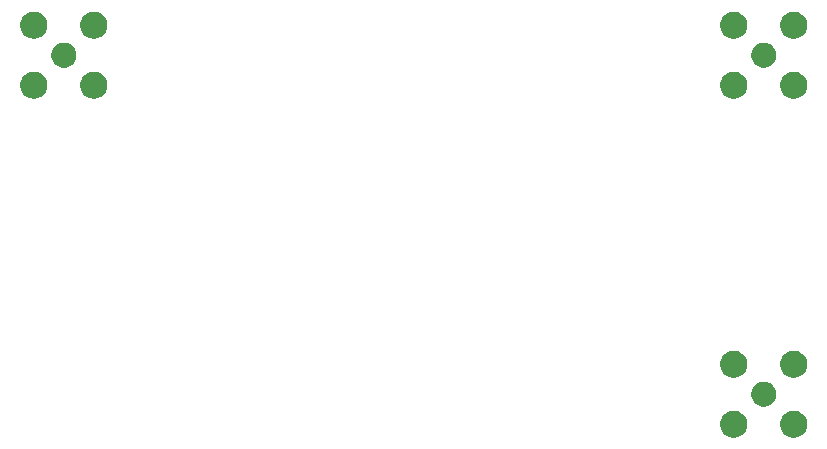
<source format=gbr>
G04 #@! TF.GenerationSoftware,KiCad,Pcbnew,(5.1.5)-3*
G04 #@! TF.CreationDate,2021-08-20T13:05:58+01:00*
G04 #@! TF.ProjectId,Circulator,43697263-756c-4617-946f-722e6b696361,rev?*
G04 #@! TF.SameCoordinates,Original*
G04 #@! TF.FileFunction,Soldermask,Bot*
G04 #@! TF.FilePolarity,Negative*
%FSLAX46Y46*%
G04 Gerber Fmt 4.6, Leading zero omitted, Abs format (unit mm)*
G04 Created by KiCad (PCBNEW (5.1.5)-3) date 2021-08-20 13:05:58*
%MOMM*%
%LPD*%
G04 APERTURE LIST*
%ADD10C,0.100000*%
G04 APERTURE END LIST*
D10*
G36*
X161133549Y-103011116D02*
G01*
X161244734Y-103033232D01*
X161454203Y-103119997D01*
X161642720Y-103245960D01*
X161803040Y-103406280D01*
X161929003Y-103594797D01*
X162015768Y-103804266D01*
X162060000Y-104026636D01*
X162060000Y-104253364D01*
X162015768Y-104475734D01*
X161929003Y-104685203D01*
X161803040Y-104873720D01*
X161642720Y-105034040D01*
X161454203Y-105160003D01*
X161244734Y-105246768D01*
X161133549Y-105268884D01*
X161022365Y-105291000D01*
X160795635Y-105291000D01*
X160684451Y-105268884D01*
X160573266Y-105246768D01*
X160363797Y-105160003D01*
X160175280Y-105034040D01*
X160014960Y-104873720D01*
X159888997Y-104685203D01*
X159802232Y-104475734D01*
X159758000Y-104253364D01*
X159758000Y-104026636D01*
X159802232Y-103804266D01*
X159888997Y-103594797D01*
X160014960Y-103406280D01*
X160175280Y-103245960D01*
X160363797Y-103119997D01*
X160573266Y-103033232D01*
X160684451Y-103011116D01*
X160795635Y-102989000D01*
X161022365Y-102989000D01*
X161133549Y-103011116D01*
G37*
G36*
X166213549Y-103011116D02*
G01*
X166324734Y-103033232D01*
X166534203Y-103119997D01*
X166722720Y-103245960D01*
X166883040Y-103406280D01*
X167009003Y-103594797D01*
X167095768Y-103804266D01*
X167140000Y-104026636D01*
X167140000Y-104253364D01*
X167095768Y-104475734D01*
X167009003Y-104685203D01*
X166883040Y-104873720D01*
X166722720Y-105034040D01*
X166534203Y-105160003D01*
X166324734Y-105246768D01*
X166213549Y-105268884D01*
X166102365Y-105291000D01*
X165875635Y-105291000D01*
X165764451Y-105268884D01*
X165653266Y-105246768D01*
X165443797Y-105160003D01*
X165255280Y-105034040D01*
X165094960Y-104873720D01*
X164968997Y-104685203D01*
X164882232Y-104475734D01*
X164838000Y-104253364D01*
X164838000Y-104026636D01*
X164882232Y-103804266D01*
X164968997Y-103594797D01*
X165094960Y-103406280D01*
X165255280Y-103245960D01*
X165443797Y-103119997D01*
X165653266Y-103033232D01*
X165764451Y-103011116D01*
X165875635Y-102989000D01*
X166102365Y-102989000D01*
X166213549Y-103011116D01*
G37*
G36*
X163755564Y-100589389D02*
G01*
X163946833Y-100668615D01*
X163946835Y-100668616D01*
X164118973Y-100783635D01*
X164265365Y-100930027D01*
X164380385Y-101102167D01*
X164459611Y-101293436D01*
X164500000Y-101496484D01*
X164500000Y-101703516D01*
X164459611Y-101906564D01*
X164380385Y-102097833D01*
X164380384Y-102097835D01*
X164265365Y-102269973D01*
X164118973Y-102416365D01*
X163946835Y-102531384D01*
X163946834Y-102531385D01*
X163946833Y-102531385D01*
X163755564Y-102610611D01*
X163552516Y-102651000D01*
X163345484Y-102651000D01*
X163142436Y-102610611D01*
X162951167Y-102531385D01*
X162951166Y-102531385D01*
X162951165Y-102531384D01*
X162779027Y-102416365D01*
X162632635Y-102269973D01*
X162517616Y-102097835D01*
X162517615Y-102097833D01*
X162438389Y-101906564D01*
X162398000Y-101703516D01*
X162398000Y-101496484D01*
X162438389Y-101293436D01*
X162517615Y-101102167D01*
X162632635Y-100930027D01*
X162779027Y-100783635D01*
X162951165Y-100668616D01*
X162951167Y-100668615D01*
X163142436Y-100589389D01*
X163345484Y-100549000D01*
X163552516Y-100549000D01*
X163755564Y-100589389D01*
G37*
G36*
X161133549Y-97931116D02*
G01*
X161244734Y-97953232D01*
X161454203Y-98039997D01*
X161642720Y-98165960D01*
X161803040Y-98326280D01*
X161929003Y-98514797D01*
X162015768Y-98724266D01*
X162060000Y-98946636D01*
X162060000Y-99173364D01*
X162015768Y-99395734D01*
X161929003Y-99605203D01*
X161803040Y-99793720D01*
X161642720Y-99954040D01*
X161454203Y-100080003D01*
X161244734Y-100166768D01*
X161133549Y-100188884D01*
X161022365Y-100211000D01*
X160795635Y-100211000D01*
X160684451Y-100188884D01*
X160573266Y-100166768D01*
X160363797Y-100080003D01*
X160175280Y-99954040D01*
X160014960Y-99793720D01*
X159888997Y-99605203D01*
X159802232Y-99395734D01*
X159758000Y-99173364D01*
X159758000Y-98946636D01*
X159802232Y-98724266D01*
X159888997Y-98514797D01*
X160014960Y-98326280D01*
X160175280Y-98165960D01*
X160363797Y-98039997D01*
X160573266Y-97953232D01*
X160684451Y-97931116D01*
X160795635Y-97909000D01*
X161022365Y-97909000D01*
X161133549Y-97931116D01*
G37*
G36*
X166213549Y-97931116D02*
G01*
X166324734Y-97953232D01*
X166534203Y-98039997D01*
X166722720Y-98165960D01*
X166883040Y-98326280D01*
X167009003Y-98514797D01*
X167095768Y-98724266D01*
X167140000Y-98946636D01*
X167140000Y-99173364D01*
X167095768Y-99395734D01*
X167009003Y-99605203D01*
X166883040Y-99793720D01*
X166722720Y-99954040D01*
X166534203Y-100080003D01*
X166324734Y-100166768D01*
X166213549Y-100188884D01*
X166102365Y-100211000D01*
X165875635Y-100211000D01*
X165764451Y-100188884D01*
X165653266Y-100166768D01*
X165443797Y-100080003D01*
X165255280Y-99954040D01*
X165094960Y-99793720D01*
X164968997Y-99605203D01*
X164882232Y-99395734D01*
X164838000Y-99173364D01*
X164838000Y-98946636D01*
X164882232Y-98724266D01*
X164968997Y-98514797D01*
X165094960Y-98326280D01*
X165255280Y-98165960D01*
X165443797Y-98039997D01*
X165653266Y-97953232D01*
X165764451Y-97931116D01*
X165875635Y-97909000D01*
X166102365Y-97909000D01*
X166213549Y-97931116D01*
G37*
G36*
X101888049Y-74309116D02*
G01*
X101999234Y-74331232D01*
X102208703Y-74417997D01*
X102397220Y-74543960D01*
X102557540Y-74704280D01*
X102683503Y-74892797D01*
X102770268Y-75102266D01*
X102814500Y-75324636D01*
X102814500Y-75551364D01*
X102770268Y-75773734D01*
X102683503Y-75983203D01*
X102557540Y-76171720D01*
X102397220Y-76332040D01*
X102208703Y-76458003D01*
X101999234Y-76544768D01*
X101888049Y-76566884D01*
X101776865Y-76589000D01*
X101550135Y-76589000D01*
X101438951Y-76566884D01*
X101327766Y-76544768D01*
X101118297Y-76458003D01*
X100929780Y-76332040D01*
X100769460Y-76171720D01*
X100643497Y-75983203D01*
X100556732Y-75773734D01*
X100512500Y-75551364D01*
X100512500Y-75324636D01*
X100556732Y-75102266D01*
X100643497Y-74892797D01*
X100769460Y-74704280D01*
X100929780Y-74543960D01*
X101118297Y-74417997D01*
X101327766Y-74331232D01*
X101438951Y-74309116D01*
X101550135Y-74287000D01*
X101776865Y-74287000D01*
X101888049Y-74309116D01*
G37*
G36*
X166213549Y-74309116D02*
G01*
X166324734Y-74331232D01*
X166534203Y-74417997D01*
X166722720Y-74543960D01*
X166883040Y-74704280D01*
X167009003Y-74892797D01*
X167095768Y-75102266D01*
X167140000Y-75324636D01*
X167140000Y-75551364D01*
X167095768Y-75773734D01*
X167009003Y-75983203D01*
X166883040Y-76171720D01*
X166722720Y-76332040D01*
X166534203Y-76458003D01*
X166324734Y-76544768D01*
X166213549Y-76566884D01*
X166102365Y-76589000D01*
X165875635Y-76589000D01*
X165764451Y-76566884D01*
X165653266Y-76544768D01*
X165443797Y-76458003D01*
X165255280Y-76332040D01*
X165094960Y-76171720D01*
X164968997Y-75983203D01*
X164882232Y-75773734D01*
X164838000Y-75551364D01*
X164838000Y-75324636D01*
X164882232Y-75102266D01*
X164968997Y-74892797D01*
X165094960Y-74704280D01*
X165255280Y-74543960D01*
X165443797Y-74417997D01*
X165653266Y-74331232D01*
X165764451Y-74309116D01*
X165875635Y-74287000D01*
X166102365Y-74287000D01*
X166213549Y-74309116D01*
G37*
G36*
X161133549Y-74309116D02*
G01*
X161244734Y-74331232D01*
X161454203Y-74417997D01*
X161642720Y-74543960D01*
X161803040Y-74704280D01*
X161929003Y-74892797D01*
X162015768Y-75102266D01*
X162060000Y-75324636D01*
X162060000Y-75551364D01*
X162015768Y-75773734D01*
X161929003Y-75983203D01*
X161803040Y-76171720D01*
X161642720Y-76332040D01*
X161454203Y-76458003D01*
X161244734Y-76544768D01*
X161133549Y-76566884D01*
X161022365Y-76589000D01*
X160795635Y-76589000D01*
X160684451Y-76566884D01*
X160573266Y-76544768D01*
X160363797Y-76458003D01*
X160175280Y-76332040D01*
X160014960Y-76171720D01*
X159888997Y-75983203D01*
X159802232Y-75773734D01*
X159758000Y-75551364D01*
X159758000Y-75324636D01*
X159802232Y-75102266D01*
X159888997Y-74892797D01*
X160014960Y-74704280D01*
X160175280Y-74543960D01*
X160363797Y-74417997D01*
X160573266Y-74331232D01*
X160684451Y-74309116D01*
X160795635Y-74287000D01*
X161022365Y-74287000D01*
X161133549Y-74309116D01*
G37*
G36*
X106968049Y-74309116D02*
G01*
X107079234Y-74331232D01*
X107288703Y-74417997D01*
X107477220Y-74543960D01*
X107637540Y-74704280D01*
X107763503Y-74892797D01*
X107850268Y-75102266D01*
X107894500Y-75324636D01*
X107894500Y-75551364D01*
X107850268Y-75773734D01*
X107763503Y-75983203D01*
X107637540Y-76171720D01*
X107477220Y-76332040D01*
X107288703Y-76458003D01*
X107079234Y-76544768D01*
X106968049Y-76566884D01*
X106856865Y-76589000D01*
X106630135Y-76589000D01*
X106518951Y-76566884D01*
X106407766Y-76544768D01*
X106198297Y-76458003D01*
X106009780Y-76332040D01*
X105849460Y-76171720D01*
X105723497Y-75983203D01*
X105636732Y-75773734D01*
X105592500Y-75551364D01*
X105592500Y-75324636D01*
X105636732Y-75102266D01*
X105723497Y-74892797D01*
X105849460Y-74704280D01*
X106009780Y-74543960D01*
X106198297Y-74417997D01*
X106407766Y-74331232D01*
X106518951Y-74309116D01*
X106630135Y-74287000D01*
X106856865Y-74287000D01*
X106968049Y-74309116D01*
G37*
G36*
X163755564Y-71887389D02*
G01*
X163946833Y-71966615D01*
X163946835Y-71966616D01*
X164118973Y-72081635D01*
X164265365Y-72228027D01*
X164380385Y-72400167D01*
X164459611Y-72591436D01*
X164500000Y-72794484D01*
X164500000Y-73001516D01*
X164459611Y-73204564D01*
X164380385Y-73395833D01*
X164380384Y-73395835D01*
X164265365Y-73567973D01*
X164118973Y-73714365D01*
X163946835Y-73829384D01*
X163946834Y-73829385D01*
X163946833Y-73829385D01*
X163755564Y-73908611D01*
X163552516Y-73949000D01*
X163345484Y-73949000D01*
X163142436Y-73908611D01*
X162951167Y-73829385D01*
X162951166Y-73829385D01*
X162951165Y-73829384D01*
X162779027Y-73714365D01*
X162632635Y-73567973D01*
X162517616Y-73395835D01*
X162517615Y-73395833D01*
X162438389Y-73204564D01*
X162398000Y-73001516D01*
X162398000Y-72794484D01*
X162438389Y-72591436D01*
X162517615Y-72400167D01*
X162632635Y-72228027D01*
X162779027Y-72081635D01*
X162951165Y-71966616D01*
X162951167Y-71966615D01*
X163142436Y-71887389D01*
X163345484Y-71847000D01*
X163552516Y-71847000D01*
X163755564Y-71887389D01*
G37*
G36*
X104510064Y-71887389D02*
G01*
X104701333Y-71966615D01*
X104701335Y-71966616D01*
X104873473Y-72081635D01*
X105019865Y-72228027D01*
X105134885Y-72400167D01*
X105214111Y-72591436D01*
X105254500Y-72794484D01*
X105254500Y-73001516D01*
X105214111Y-73204564D01*
X105134885Y-73395833D01*
X105134884Y-73395835D01*
X105019865Y-73567973D01*
X104873473Y-73714365D01*
X104701335Y-73829384D01*
X104701334Y-73829385D01*
X104701333Y-73829385D01*
X104510064Y-73908611D01*
X104307016Y-73949000D01*
X104099984Y-73949000D01*
X103896936Y-73908611D01*
X103705667Y-73829385D01*
X103705666Y-73829385D01*
X103705665Y-73829384D01*
X103533527Y-73714365D01*
X103387135Y-73567973D01*
X103272116Y-73395835D01*
X103272115Y-73395833D01*
X103192889Y-73204564D01*
X103152500Y-73001516D01*
X103152500Y-72794484D01*
X103192889Y-72591436D01*
X103272115Y-72400167D01*
X103387135Y-72228027D01*
X103533527Y-72081635D01*
X103705665Y-71966616D01*
X103705667Y-71966615D01*
X103896936Y-71887389D01*
X104099984Y-71847000D01*
X104307016Y-71847000D01*
X104510064Y-71887389D01*
G37*
G36*
X106968049Y-69229116D02*
G01*
X107079234Y-69251232D01*
X107288703Y-69337997D01*
X107477220Y-69463960D01*
X107637540Y-69624280D01*
X107763503Y-69812797D01*
X107850268Y-70022266D01*
X107894500Y-70244636D01*
X107894500Y-70471364D01*
X107850268Y-70693734D01*
X107763503Y-70903203D01*
X107637540Y-71091720D01*
X107477220Y-71252040D01*
X107288703Y-71378003D01*
X107079234Y-71464768D01*
X106968049Y-71486884D01*
X106856865Y-71509000D01*
X106630135Y-71509000D01*
X106518951Y-71486884D01*
X106407766Y-71464768D01*
X106198297Y-71378003D01*
X106009780Y-71252040D01*
X105849460Y-71091720D01*
X105723497Y-70903203D01*
X105636732Y-70693734D01*
X105592500Y-70471364D01*
X105592500Y-70244636D01*
X105636732Y-70022266D01*
X105723497Y-69812797D01*
X105849460Y-69624280D01*
X106009780Y-69463960D01*
X106198297Y-69337997D01*
X106407766Y-69251232D01*
X106518951Y-69229116D01*
X106630135Y-69207000D01*
X106856865Y-69207000D01*
X106968049Y-69229116D01*
G37*
G36*
X101888049Y-69229116D02*
G01*
X101999234Y-69251232D01*
X102208703Y-69337997D01*
X102397220Y-69463960D01*
X102557540Y-69624280D01*
X102683503Y-69812797D01*
X102770268Y-70022266D01*
X102814500Y-70244636D01*
X102814500Y-70471364D01*
X102770268Y-70693734D01*
X102683503Y-70903203D01*
X102557540Y-71091720D01*
X102397220Y-71252040D01*
X102208703Y-71378003D01*
X101999234Y-71464768D01*
X101888049Y-71486884D01*
X101776865Y-71509000D01*
X101550135Y-71509000D01*
X101438951Y-71486884D01*
X101327766Y-71464768D01*
X101118297Y-71378003D01*
X100929780Y-71252040D01*
X100769460Y-71091720D01*
X100643497Y-70903203D01*
X100556732Y-70693734D01*
X100512500Y-70471364D01*
X100512500Y-70244636D01*
X100556732Y-70022266D01*
X100643497Y-69812797D01*
X100769460Y-69624280D01*
X100929780Y-69463960D01*
X101118297Y-69337997D01*
X101327766Y-69251232D01*
X101438951Y-69229116D01*
X101550135Y-69207000D01*
X101776865Y-69207000D01*
X101888049Y-69229116D01*
G37*
G36*
X161133549Y-69229116D02*
G01*
X161244734Y-69251232D01*
X161454203Y-69337997D01*
X161642720Y-69463960D01*
X161803040Y-69624280D01*
X161929003Y-69812797D01*
X162015768Y-70022266D01*
X162060000Y-70244636D01*
X162060000Y-70471364D01*
X162015768Y-70693734D01*
X161929003Y-70903203D01*
X161803040Y-71091720D01*
X161642720Y-71252040D01*
X161454203Y-71378003D01*
X161244734Y-71464768D01*
X161133549Y-71486884D01*
X161022365Y-71509000D01*
X160795635Y-71509000D01*
X160684451Y-71486884D01*
X160573266Y-71464768D01*
X160363797Y-71378003D01*
X160175280Y-71252040D01*
X160014960Y-71091720D01*
X159888997Y-70903203D01*
X159802232Y-70693734D01*
X159758000Y-70471364D01*
X159758000Y-70244636D01*
X159802232Y-70022266D01*
X159888997Y-69812797D01*
X160014960Y-69624280D01*
X160175280Y-69463960D01*
X160363797Y-69337997D01*
X160573266Y-69251232D01*
X160684451Y-69229116D01*
X160795635Y-69207000D01*
X161022365Y-69207000D01*
X161133549Y-69229116D01*
G37*
G36*
X166213549Y-69229116D02*
G01*
X166324734Y-69251232D01*
X166534203Y-69337997D01*
X166722720Y-69463960D01*
X166883040Y-69624280D01*
X167009003Y-69812797D01*
X167095768Y-70022266D01*
X167140000Y-70244636D01*
X167140000Y-70471364D01*
X167095768Y-70693734D01*
X167009003Y-70903203D01*
X166883040Y-71091720D01*
X166722720Y-71252040D01*
X166534203Y-71378003D01*
X166324734Y-71464768D01*
X166213549Y-71486884D01*
X166102365Y-71509000D01*
X165875635Y-71509000D01*
X165764451Y-71486884D01*
X165653266Y-71464768D01*
X165443797Y-71378003D01*
X165255280Y-71252040D01*
X165094960Y-71091720D01*
X164968997Y-70903203D01*
X164882232Y-70693734D01*
X164838000Y-70471364D01*
X164838000Y-70244636D01*
X164882232Y-70022266D01*
X164968997Y-69812797D01*
X165094960Y-69624280D01*
X165255280Y-69463960D01*
X165443797Y-69337997D01*
X165653266Y-69251232D01*
X165764451Y-69229116D01*
X165875635Y-69207000D01*
X166102365Y-69207000D01*
X166213549Y-69229116D01*
G37*
M02*

</source>
